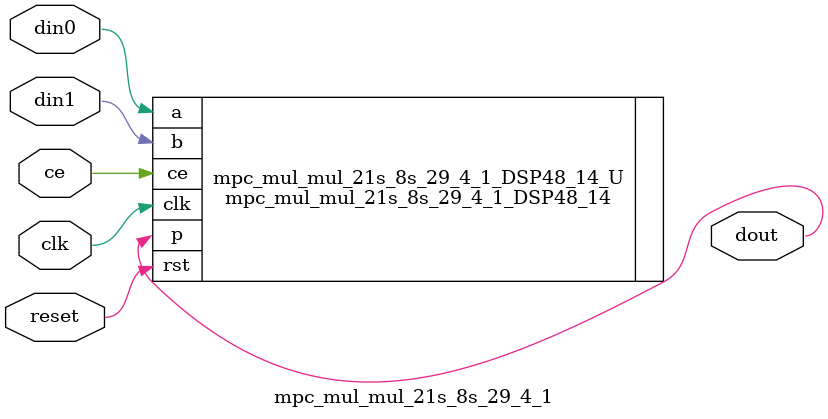
<source format=v>
module mpc_mul_mul_21s_8s_29_4_1(
    clk,
    reset,
    ce,
    din0,
    din1,
    dout);

parameter ID = 32'd1;
parameter NUM_STAGE = 32'd1;
parameter din0_WIDTH = 32'd1;
parameter din1_WIDTH = 32'd1;
parameter dout_WIDTH = 32'd1;
input clk;
input reset;
input ce;
input[din0_WIDTH - 1:0] din0;
input[din1_WIDTH - 1:0] din1;
output[dout_WIDTH - 1:0] dout;



mpc_mul_mul_21s_8s_29_4_1_DSP48_14 mpc_mul_mul_21s_8s_29_4_1_DSP48_14_U(
    .clk( clk ),
    .rst( reset ),
    .ce( ce ),
    .a( din0 ),
    .b( din1 ),
    .p( dout ));

endmodule

</source>
